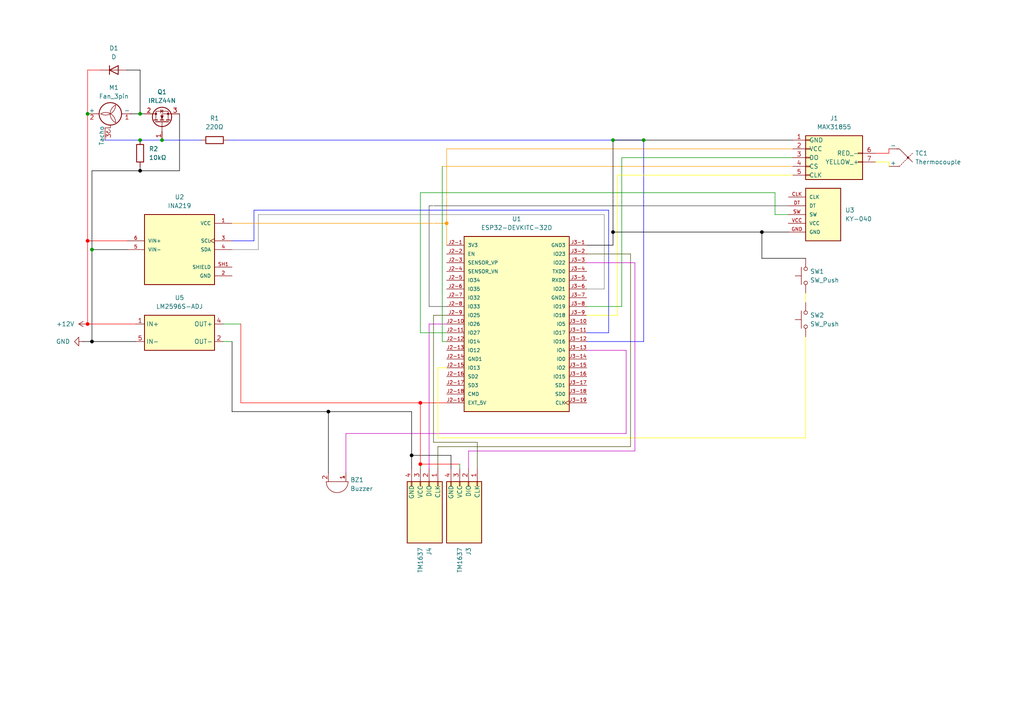
<source format=kicad_sch>
(kicad_sch (version 20250114) (generator "eeschema") (generator_version "9.0")
  (paper "A4")
  (lib_symbols
    (symbol "Conn_01x04_1" (pin_names (offset 1.016))
      (property "Reference" "J2" (at 6.096 7.112 0))
      (property "Value" "TM1637" (at 1.778 5.08 0))
      (symbol "Conn_01x04_1_1_1"
        (rectangle (start -1.27 3.81) (end 16.51 -6.35) (stroke (width 0.254)) (fill (type background)))
        (rectangle (start -1.27 2.667) (end 0 2.413) (stroke (width 0.1524)))
        (rectangle (start -1.27 0.127) (end 0 -0.127) (stroke (width 0.1524)))
        (rectangle (start -1.27 -2.413) (end 0 -2.667) (stroke (width 0.1524)))
        (rectangle (start -1.27 -4.953) (end 0 -5.207) (stroke (width 0.1524)))
        (pin passive line (at -5.08 2.54 0) (length 3.81) (name "CLK") (number "1"))
        (pin passive line (at -5.08 0 0) (length 3.81) (name "DIO") (number "2"))
        (pin passive line (at -5.08 -2.54 0) (length 3.81) (name "VCC") (number "3"))
        (pin passive line (at -5.08 -5.08 0) (length 3.81) (name "GND") (number "4"))
      )
    )
    (symbol "Connector_Generic:Conn_01x05" (pin_names (offset 1.016))
      (property "Reference" "J2" (at 4.445 11.43 0))
      (property "Value" "MAX31855" (at 4.445 8.89 0))
      (symbol "Conn_01x05_1_1"
        (rectangle (start -1.27 6.35) (end 15.24 -6.35) (stroke (width 0.254)) (fill (type background)))
        (rectangle (start -1.27 5.207) (end 0 4.953) (stroke (width 0.1524)))
        (rectangle (start -1.27 2.667) (end 0 2.413) (stroke (width 0.1524)))
        (rectangle (start -1.27 0.127) (end 0 -0.127) (stroke (width 0.1524)))
        (rectangle (start -1.27 -2.413) (end 0 -2.667) (stroke (width 0.1524)))
        (rectangle (start -1.27 -4.953) (end 0 -5.207) (stroke (width 0.1524)))
        (rectangle (start 13.97 1.397) (end 15.24 1.143) (stroke (width 0.1524)))
        (rectangle (start 13.97 -1.143) (end 15.24 -1.397) (stroke (width 0.1524)))
        (pin passive line (at -5.08 5.08 0) (length 3.81) (name "GND") (number "1"))
        (pin passive line (at -5.08 2.54 0) (length 3.81) (name "VCC") (number "2"))
        (pin passive line (at -5.08 0 0) (length 3.81) (name "DO") (number "3"))
        (pin passive line (at -5.08 -2.54 0) (length 3.81) (name "CS") (number "4"))
        (pin passive line (at -5.08 -5.08 0) (length 3.81) (name "CLK") (number "5"))
        (pin passive line (at 19.05 1.27 180) (length 3.81) (name "RED_-") (number "6"))
        (pin passive line (at 19.05 -1.27 180) (length 3.81) (name "YELLOW_+") (number "7"))
      )
    )
    (symbol "Device:Buzzer" (pin_names (offset 0.0254) (hide yes))
      (property "Reference" "BZ" (at 3.81 1.27 0))
      (property "Value" "Buzzer" (at 3.81 -1.27 0))
      (symbol "Buzzer_0_1"
        (polyline (pts (xy -1.651 1.905) (xy -1.143 1.905)))
        (polyline (pts (xy -1.397 2.159) (xy -1.397 1.651)))
        (arc (start 0 3.175) (mid 3.1612 0) (end 0 -3.175))
        (polyline (pts (xy 0 3.175) (xy 0 -3.175)))
      )
      (symbol "Buzzer_1_1"
        (pin passive line (at -2.54 2.54 0) (length 2.54) (name "+") (number "1"))
        (pin passive line (at -2.54 -2.54 0) (length 2.54) (name "-") (number "2"))
      )
    )
    (symbol "Device:D" (pin_numbers (hide yes)) (pin_names (offset 1.016) (hide yes))
      (property "Reference" "D" (at 0 2.54 0))
      (property "Value" "D" (at 0 -2.54 0))
      (symbol "D_0_1"
        (polyline (pts (xy -1.27 1.27) (xy -1.27 -1.27)) (stroke (width 0.254)))
        (polyline (pts (xy 1.27 1.27) (xy 1.27 -1.27) (xy -1.27 0) (xy 1.27 1.27)) (stroke (width 0.254)))
        (polyline (pts (xy 1.27 0) (xy -1.27 0)))
      )
      (symbol "D_1_1"
        (pin passive line (at -3.81 0 0) (length 2.54) (name "K") (number "1"))
        (pin passive line (at 3.81 0 180) (length 2.54) (name "A") (number "2"))
      )
    )
    (symbol "Device:R" (pin_numbers (hide yes)) (pin_names (offset 0))
      (property "Reference" "R" (at 2.032 0 90))
      (property "Value" "R" (at 0 0 90))
      (symbol "R_0_1"
        (rectangle (start -1.016 -2.54) (end 1.016 2.54) (stroke (width 0.254)))
      )
      (symbol "R_1_1"
        (pin passive line (at 0 3.81 270) (length 1.27) (name "~") (number "1"))
        (pin passive line (at 0 -3.81 90) (length 1.27) (name "~") (number "2"))
      )
    )
    (symbol "Device:Thermocouple" (pin_numbers (hide yes)) (pin_names (offset 0))
      (property "Reference" "TC" (at -3.048 3.81 0))
      (property "Value" "Thermocouple" (at -5.08 -4.064 0))
      (symbol "Thermocouple_0_1"
        (polyline (pts (xy -4.064 -1.016) (xy -4.318 -1.27)))
        (polyline (pts (xy -3.556 -0.508) (xy -3.81 -0.762)))
        (circle (center -3.048 0) (radius 0.254) (fill (type outline)))
        (polyline (pts (xy -3.048 0) (xy -3.302 -0.254)))
        (polyline (pts (xy -2.54 0.508) (xy -2.794 0.254)))
        (polyline (pts (xy -2.032 1.016) (xy -2.286 0.762)))
        (polyline (pts (xy -1.524 1.524) (xy -1.778 1.27)))
        (polyline (pts (xy -1.016 2.032) (xy -1.27 1.778)))
        (polyline (pts (xy -0.508 2.54) (xy -0.762 2.286)))
        (polyline (pts (xy 0 2.54) (xy -0.508 2.54)))
        (polyline (pts (xy 0 -2.54) (xy -0.254 -2.54)))
        (polyline (pts (xy 0.254 -2.54) (xy -0.508 -2.54) (xy -4.318 1.27)))
      )
      (symbol "Thermocouple_1_1"
        (pin passive line (at 2.54 2.54 180) (length 2.54) (name "+") (number "1"))
        (pin passive line (at 2.54 -2.54 180) (length 2.54) (name "-") (number "2"))
      )
    )
    (symbol "ESP32-DEVKITC-32D:ESP32-DEVKITC-32D" (pin_names (offset 1.016))
      (property "Reference" "U" (at -15.2572 26.0643 0))
      (property "Value" "ESP32-DEVKITC-32D" (at -15.2563 -27.9698 0))
      (symbol "ESP32-DEVKITC-32D_0_0"
        (rectangle (start -15.24 -25.4) (end 15.24 25.4) (stroke (width 0.254)) (fill (type background)))
        (pin power_in line (at -20.32 22.86 0) (length 5.08) (name "3V3") (number "J2-1"))
        (pin input line (at -20.32 20.32 0) (length 5.08) (name "EN") (number "J2-2"))
        (pin input line (at -20.32 17.78 0) (length 5.08) (name "SENSOR_VP") (number "J2-3"))
        (pin input line (at -20.32 15.24 0) (length 5.08) (name "SENSOR_VN") (number "J2-4"))
        (pin bidirectional line (at -20.32 12.7 0) (length 5.08) (name "IO34") (number "J2-5"))
        (pin bidirectional line (at -20.32 10.16 0) (length 5.08) (name "IO35") (number "J2-6"))
        (pin bidirectional line (at -20.32 7.62 0) (length 5.08) (name "IO32") (number "J2-7"))
        (pin bidirectional line (at -20.32 5.08 0) (length 5.08) (name "IO33") (number "J2-8"))
        (pin bidirectional line (at -20.32 2.54 0) (length 5.08) (name "IO25") (number "J2-9"))
        (pin bidirectional line (at -20.32 0 0) (length 5.08) (name "IO26") (number "J2-10"))
        (pin bidirectional line (at -20.32 -2.54 0) (length 5.08) (name "IO27") (number "J2-11"))
        (pin bidirectional line (at -20.32 -5.08 0) (length 5.08) (name "IO14") (number "J2-12"))
        (pin bidirectional line (at -20.32 -7.62 0) (length 5.08) (name "IO12") (number "J2-13"))
        (pin power_in line (at -20.32 -10.16 0) (length 5.08) (name "GND1") (number "J2-14"))
        (pin bidirectional line (at -20.32 -12.7 0) (length 5.08) (name "IO13") (number "J2-15"))
        (pin bidirectional line (at -20.32 -15.24 0) (length 5.08) (name "SD2") (number "J2-16"))
        (pin bidirectional line (at -20.32 -17.78 0) (length 5.08) (name "SD3") (number "J2-17"))
        (pin bidirectional line (at -20.32 -20.32 0) (length 5.08) (name "CMD") (number "J2-18"))
        (pin power_in line (at -20.32 -22.86 0) (length 5.08) (name "EXT_5V") (number "J2-19"))
        (pin power_in line (at 20.32 22.86 180) (length 5.08) (name "GND3") (number "J3-1"))
        (pin bidirectional line (at 20.32 20.32 180) (length 5.08) (name "IO23") (number "J3-2"))
        (pin bidirectional line (at 20.32 17.78 180) (length 5.08) (name "IO22") (number "J3-3"))
        (pin output line (at 20.32 15.24 180) (length 5.08) (name "TXD0") (number "J3-4"))
        (pin input line (at 20.32 12.7 180) (length 5.08) (name "RXD0") (number "J3-5"))
        (pin bidirectional line (at 20.32 10.16 180) (length 5.08) (name "IO21") (number "J3-6"))
        (pin power_in line (at 20.32 7.62 180) (length 5.08) (name "GND2") (number "J3-7"))
        (pin bidirectional line (at 20.32 5.08 180) (length 5.08) (name "IO19") (number "J3-8"))
        (pin bidirectional line (at 20.32 2.54 180) (length 5.08) (name "IO18") (number "J3-9"))
        (pin bidirectional line (at 20.32 0 180) (length 5.08) (name "IO5") (number "J3-10"))
        (pin bidirectional line (at 20.32 -2.54 180) (length 5.08) (name "IO17") (number "J3-11"))
        (pin bidirectional line (at 20.32 -5.08 180) (length 5.08) (name "IO16") (number "J3-12"))
        (pin bidirectional line (at 20.32 -7.62 180) (length 5.08) (name "IO4") (number "J3-13"))
        (pin bidirectional line (at 20.32 -10.16 180) (length 5.08) (name "IO0") (number "J3-14"))
        (pin bidirectional line (at 20.32 -12.7 180) (length 5.08) (name "IO2") (number "J3-15"))
        (pin bidirectional line (at 20.32 -15.24 180) (length 5.08) (name "IO15") (number "J3-16"))
        (pin bidirectional line (at 20.32 -17.78 180) (length 5.08) (name "SD1") (number "J3-17"))
        (pin bidirectional line (at 20.32 -20.32 180) (length 5.08) (name "SD0") (number "J3-18"))
        (pin input clock (at 20.32 -22.86 180) (length 5.08) (name "CLK") (number "J3-19"))
      )
    )
    (symbol "INA219:INA219" (pin_names (offset 1.016))
      (property "Reference" "U" (at -10.16 10.922 0))
      (property "Value" "INA219" (at -10.16 -12.7 0))
      (symbol "INA219_0_0"
        (rectangle (start -10.16 -10.16) (end 10.16 10.16) (stroke (width 0.254)) (fill (type background)))
        (pin input line (at -15.24 2.54 0) (length 5.08) (name "VIN+") (number "6"))
        (pin input line (at -15.24 2.54 0) (length 5.08) (hide yes) (name "VIN+") (number "VIN+"))
        (pin input line (at -15.24 0 0) (length 5.08) (name "VIN-") (number "5"))
        (pin input line (at -15.24 0 0) (length 5.08) (hide yes) (name "VIN-") (number "VIN-"))
        (pin power_in line (at 15.24 7.62 180) (length 5.08) (name "VCC") (number "1"))
        (pin input clock (at 15.24 2.54 180) (length 5.08) (name "SCL") (number "3"))
        (pin bidirectional line (at 15.24 0 180) (length 5.08) (name "SDA") (number "4"))
        (pin passive line (at 15.24 -5.08 180) (length 5.08) (name "SHIELD") (number "SH1"))
        (pin passive line (at 15.24 -5.08 180) (length 5.08) (hide yes) (name "SHIELD") (number "SH2"))
        (pin passive line (at 15.24 -5.08 180) (length 5.08) (hide yes) (name "SHIELD") (number "SH3"))
        (pin passive line (at 15.24 -5.08 180) (length 5.08) (hide yes) (name "SHIELD") (number "SH4"))
        (pin power_in line (at 15.24 -7.62 180) (length 5.08) (name "GND") (number "2"))
      )
    )
    (symbol "KY-040:KY-040" (pin_names (offset 1.016))
      (property "Reference" "U" (at -5.08 10.16 0))
      (property "Value" "KY-040" (at -5.08 -12.7 0))
      (symbol "KY-040_0_0"
        (rectangle (start -5.08 -7.62) (end 5.08 7.62) (stroke (width 0.254)) (fill (type background)))
        (pin output line (at -10.16 5.08 0) (length 5.08) (name "CLK") (number "CLK"))
        (pin output line (at -10.16 2.54 0) (length 5.08) (name "DT") (number "DT"))
        (pin output line (at -10.16 0 0) (length 5.08) (name "SW") (number "SW"))
        (pin power_in line (at -10.16 -2.54 0) (length 5.08) (name "VCC") (number "VCC"))
        (pin power_in line (at -10.16 -5.08 0) (length 5.08) (name "GND") (number "GND"))
      )
    )
    (symbol "LM2596S-ADJ_1"
      (property "Reference" "U4" (at 0 10.16 0))
      (property "Value" "LM2596S-ADJ" (at 0 7.62 0))
      (symbol "LM2596S-ADJ_1_0_1"
        (rectangle (start -10.16 5.08) (end 10.16 -5.08) (stroke (width 0.254)) (fill (type background)))
      )
      (symbol "LM2596S-ADJ_1_1_1"
        (pin power_in line (at -12.7 2.54 0) (length 2.54) (name "IN+") (number "1"))
        (pin input line (at -12.7 -2.54 0) (length 2.54) (name "IN-") (number "5"))
        (pin input line (at 12.7 2.54 180) (length 2.54) (name "OUT+") (number "4"))
        (pin output line (at 12.7 -2.54 180) (length 2.54) (name "OUT-") (number "2"))
      )
    )
    (symbol "Motor:Fan_3pin" (pin_names (offset 0))
      (property "Reference" "M" (at 2.54 2.54 0))
      (property "Value" "Fan_3pin" (at 2.54 -5.08 0))
      (symbol "Fan_3pin_0_0"
        (polyline (pts (xy -5.08 -0.508) (xy -5.334 -0.381)))
        (polyline (pts (xy -5.08 -0.508) (xy -5.207 -0.762)))
        (arc (start -4.572 -1.016) (mid -5.08 -1.5218) (end -5.588 -1.016))
        (arc (start -5.588 -1.016) (mid -5.4392 -0.6568) (end -5.08 -0.508))
        (polyline (pts (xy -4.064 0) (xy -4.064 -1.524) (xy -3.302 -1.524)))
      )
      (symbol "Fan_3pin_0_1"
        (polyline (pts (xy -4.064 0) (xy -5.08 0)))
        (arc (start 0 1.27) (mid -0.0015 -1.6352) (end -2.54 -3.048))
        (polyline (pts (xy 0 2.032) (xy 0 2.54)))
        (polyline (pts (xy 0 1.7272) (xy 0 2.0828)))
        (circle (center 0 -1.524) (radius 3.2512) (stroke (width 0.254)))
        (arc (start -2.54 -3.048) (mid 0 -1.4782) (end 2.54 -3.048))
        (polyline (pts (xy 0 -4.7752) (xy 0 -5.1816)))
        (polyline (pts (xy 0 -7.62) (xy 0 -7.112)))
        (arc (start 2.54 -3.048) (mid 0.047 -1.6085) (end 0 1.27))
      )
      (symbol "Fan_3pin_1_1"
        (pin passive line (at -7.62 0 0) (length 2.54) (name "Tacho") (number "3"))
        (pin passive line (at 0 5.08 270) (length 2.54) (name "+") (number "2"))
        (pin passive line (at 0 -7.62 90) (length 2.54) (name "-") (number "1"))
      )
    )
    (symbol "Switch:SW_Push" (pin_numbers (hide yes)) (pin_names (offset 1.016) (hide yes))
      (property "Reference" "SW" (at 1.27 2.54 0))
      (property "Value" "SW_Push" (at 0 -1.524 0))
      (symbol "SW_Push_0_1"
        (circle (center -2.032 0) (radius 0.508))
        (polyline (pts (xy 0 1.27) (xy 0 3.048)))
        (circle (center 2.032 0) (radius 0.508))
        (polyline (pts (xy 2.54 1.27) (xy -2.54 1.27)))
        (pin passive line (at -5.08 0 0) (length 2.54) (name "1") (number "1"))
        (pin passive line (at 5.08 0 180) (length 2.54) (name "2") (number "2"))
      )
    )
    (symbol "Transistor_FET:IRLZ44N" (pin_names (hide yes))
      (property "Reference" "Q" (at 5.08 1.905 0))
      (property "Value" "IRLZ44N" (at 5.08 0 0))
      (symbol "IRLZ44N_0_1"
        (polyline (pts (xy 0.254 1.905) (xy 0.254 -1.905)) (stroke (width 0.254)))
        (polyline (pts (xy 0.254 0) (xy -2.54 0)))
        (polyline (pts (xy 0.762 2.286) (xy 0.762 1.27)) (stroke (width 0.254)))
        (polyline (pts (xy 0.762 0.508) (xy 0.762 -0.508)) (stroke (width 0.254)))
        (polyline (pts (xy 0.762 -1.27) (xy 0.762 -2.286)) (stroke (width 0.254)))
        (polyline (pts (xy 0.762 -1.778) (xy 3.302 -1.778) (xy 3.302 1.778) (xy 0.762 1.778)))
        (polyline (pts (xy 1.016 0) (xy 2.032 0.381) (xy 2.032 -0.381) (xy 1.016 0)) (fill (type outline)))
        (circle (center 1.651 0) (radius 2.794) (stroke (width 0.254)))
        (polyline (pts (xy 2.54 2.54) (xy 2.54 1.778)))
        (circle (center 2.54 1.778) (radius 0.254) (fill (type outline)))
        (circle (center 2.54 -1.778) (radius 0.254) (fill (type outline)))
        (polyline (pts (xy 2.54 -2.54) (xy 2.54 0) (xy 0.762 0)))
        (polyline (pts (xy 2.794 0.508) (xy 2.921 0.381) (xy 3.683 0.381) (xy 3.81 0.254)))
        (polyline (pts (xy 3.302 0.381) (xy 2.921 -0.254) (xy 3.683 -0.254) (xy 3.302 0.381)))
      )
      (symbol "IRLZ44N_1_1"
        (pin input line (at -5.08 0 0) (length 2.54) (name "G") (number "1"))
        (pin passive line (at 2.54 5.08 270) (length 2.54) (name "D") (number "2"))
        (pin passive line (at 2.54 -5.08 90) (length 2.54) (name "S") (number "3"))
      )
    )
    (symbol "power:+12V" (power) (pin_numbers (hide yes)) (pin_names (offset 0) (hide yes))
      (property "Value" "+12V" (at 0 3.556 0))
      (symbol "+12V_0_1"
        (polyline (pts (xy -0.762 1.27) (xy 0 2.54)))
        (polyline (pts (xy 0 2.54) (xy 0.762 1.27)))
        (polyline (pts (xy 0 0) (xy 0 2.54)))
      )
      (symbol "+12V_1_1"
        (pin power_in line (at 0 0 90) (length 0) (name "~") (number "1"))
      )
    )
    (symbol "power:GND" (power) (pin_numbers (hide yes)) (pin_names (offset 0) (hide yes))
      (property "Value" "GND" (at 0 -3.81 0))
      (symbol "GND_0_1"
        (polyline (pts (xy 0 0) (xy 0 -1.27) (xy 1.27 -1.27) (xy 0 -2.54) (xy -1.27 -1.27) (xy 0 -1.27)))
      )
      (symbol "GND_1_1"
        (pin power_in line (at 0 0 270) (length 0) (name "~") (number "1"))
      )
    )
  )
  (junction (at 177.8 67.31) (color 0 0 0 1))
  (junction (at 25.4 69.85) (color 255 0 0 1))
  (junction (at 25.4 33.02))
  (junction (at 220.98 67.31) (color 0 0 0 1))
  (junction (at 40.64 33.02))
  (junction (at 186.69 40.64))
  (junction (at 177.8 40.64))
  (junction (at 25.4 93.98) (color 255 0 0 1))
  (junction (at 40.64 40.64))
  (junction (at 121.92 134.62) (color 255 0 0 1))
  (junction (at 40.64 49.53) (color 0 0 0 1))
  (junction (at 95.25 119.38) (color 0 0 0 1))
  (junction (at 119.38 132.08) (color 0 0 0 1))
  (junction (at 46.99 40.64))
  (junction (at 121.92 116.84) (color 255 0 0 1))
  (junction (at 26.67 99.06) (color 0 0 0 1))
  (junction (at 26.67 72.39))
  (junction (at 129.54 64.77) (color 255 153 0 1))
  (wire (pts (xy 125.73 86.36) (xy 125.73 57.15)) (stroke (width 0) (color 255 255 255 1)))
  (wire (pts (xy 40.64 33.02) (xy 41.91 33.02)) (stroke (width 0) (color 0 0 0 1)))
  (wire (pts (xy 177.8 40.64) (xy 186.69 40.64)) (stroke (width 0) (color 0 0 0 1)))
  (wire (pts (xy 125.73 91.44) (xy 125.73 128.27)) (stroke (width 0) (color 72 72 0 1)))
  (wire (pts (xy 125.73 128.27) (xy 138.43 128.27)) (stroke (width 0) (color 72 72 0 1)))
  (wire (pts (xy 182.88 129.54) (xy 127 129.54)) (stroke (width 0) (color 72 72 0 1)))
  (wire (pts (xy 40.64 48.26) (xy 40.64 49.53)) (stroke (width 0) (color 0 0 0 1)))
  (wire (pts (xy 69.85 93.98) (xy 69.85 116.84)) (stroke (width 0) (color 255 0 0 1)))
  (wire (pts (xy 128.27 48.26) (xy 229.87 48.26)) (stroke (width 0) (color 255 153 0 1)))
  (wire (pts (xy 64.77 99.06) (xy 67.31 99.06)))
  (wire (pts (xy 121.92 134.62) (xy 121.92 135.89)))
  (wire (pts (xy 67.31 119.38) (xy 67.31 99.06)) (stroke (width 0) (color 0 0 0 1)))
  (wire (pts (xy 170.18 73.66) (xy 182.88 73.66)) (stroke (width 0) (color 72 72 0 1)))
  (wire (pts (xy 254 46.99) (xy 257.81 46.99)) (stroke (width 0) (color 255 255 0 1)))
  (wire (pts (xy 170.18 76.2) (xy 184.15 76.2)) (stroke (width 0) (color 194 0 194 1)))
  (wire (pts (xy 180.34 88.9) (xy 180.34 45.72)))
  (wire (pts (xy 67.31 64.77) (xy 129.54 64.77)) (stroke (width 0) (color 255 153 0 1)))
  (wire (pts (xy 186.69 40.64) (xy 177.8 40.64)) (stroke (width 0) (color 0 0 255 1)))
  (wire (pts (xy 121.92 96.52) (xy 121.92 55.88)))
  (wire (pts (xy 129.54 43.18) (xy 229.87 43.18)) (stroke (width 0) (color 255 153 0 1)))
  (wire (pts (xy 135.89 130.81) (xy 135.89 135.89)) (stroke (width 0) (color 194 0 194 1)))
  (wire (pts (xy 128.27 99.06) (xy 128.27 48.26)))
  (wire (pts (xy 133.35 134.62) (xy 121.92 134.62)) (stroke (width 0) (color 255 0 0 1)))
  (wire (pts (xy 175.26 62.23) (xy 74.93 62.23)) (stroke (width 0) (color 132 132 132 1)))
  (wire (pts (xy 177.8 67.31) (xy 220.98 67.31)) (stroke (width 0) (color 0 0 0 1)))
  (wire (pts (xy 129.54 91.44) (xy 125.73 91.44)) (stroke (width 0) (color 72 72 0 1)))
  (wire (pts (xy 170.18 71.12) (xy 177.8 71.12)) (stroke (width 0) (color 0 0 0 1)))
  (wire (pts (xy 121.92 116.84) (xy 129.54 116.84)) (stroke (width 0) (color 255 0 0 1)))
  (wire (pts (xy 233.68 85.09) (xy 233.68 87.63)) (stroke (width 0) (color 255 255 0 1)))
  (wire (pts (xy 186.69 40.64) (xy 229.87 40.64)) (stroke (width 0) (color 0 0 0 1)))
  (wire (pts (xy 119.38 132.08) (xy 119.38 119.38)) (stroke (width 0) (color 0 0 0 1)))
  (wire (pts (xy 38.1 33.02) (xy 40.64 33.02)) (stroke (width 0) (color 0 0 0 1)))
  (wire (pts (xy 36.83 72.39) (xy 26.67 72.39)) (stroke (width 0) (color 0 0 0 1)))
  (wire (pts (xy 125.73 57.15) (xy 228.6 57.15)) (stroke (width 0) (color 255 255 255 1)))
  (wire (pts (xy 170.18 83.82) (xy 175.26 83.82)) (stroke (width 0) (color 132 132 132 1)))
  (wire (pts (xy 176.53 60.96) (xy 73.66 60.96)) (stroke (width 0) (color 0 0 255 1)))
  (wire (pts (xy 26.67 49.53) (xy 40.64 49.53)) (stroke (width 0) (color 0 0 0 1)))
  (wire (pts (xy 36.83 20.32) (xy 40.64 20.32)) (stroke (width 0) (color 0 0 0 1)))
  (wire (pts (xy 229.87 50.8) (xy 179.07 50.8)) (stroke (width 0) (color 255 255 0 1)))
  (wire (pts (xy 177.8 67.31) (xy 177.8 40.64)) (stroke (width 0) (color 0 0 0 1)))
  (wire (pts (xy 29.21 20.32) (xy 25.4 20.32)) (stroke (width 0) (color 255 0 0 1)))
  (wire (pts (xy 124.46 59.69) (xy 228.6 59.69)) (stroke (width 0) (color 72 72 72 1)))
  (wire (pts (xy 233.68 127) (xy 233.68 97.79)) (stroke (width 0) (color 255 255 0 1)))
  (wire (pts (xy 177.8 71.12) (xy 177.8 67.31)) (stroke (width 0) (color 0 0 0 1)))
  (wire (pts (xy 181.61 125.73) (xy 100.33 125.73)) (stroke (width 0) (color 194 0 194 1)))
  (wire (pts (xy 127 106.68) (xy 127 127)) (stroke (width 0) (color 255 255 0 1)))
  (wire (pts (xy 74.93 62.23) (xy 74.93 72.39)) (stroke (width 0) (color 132 132 132 1)))
  (wire (pts (xy 254 44.45) (xy 257.81 44.45)) (stroke (width 0) (color 255 0 0 1)))
  (wire (pts (xy 40.64 49.53) (xy 52.07 49.53)) (stroke (width 0) (color 0 0 0 1)))
  (wire (pts (xy 36.83 69.85) (xy 25.4 69.85)) (stroke (width 0) (color 255 0 0 1)))
  (wire (pts (xy 224.79 55.88) (xy 224.79 62.23)))
  (wire (pts (xy 25.4 69.85) (xy 25.4 93.98)) (stroke (width 0) (color 255 0 0 1)))
  (wire (pts (xy 138.43 128.27) (xy 138.43 135.89)) (stroke (width 0) (color 72 72 0 1)))
  (wire (pts (xy 179.07 91.44) (xy 170.18 91.44)) (stroke (width 0) (color 255 255 0 1)))
  (wire (pts (xy 257.81 46.99) (xy 257.81 48.26)) (stroke (width 0) (color 255 255 0 1)))
  (wire (pts (xy 64.77 93.98) (xy 69.85 93.98)))
  (wire (pts (xy 26.67 49.53) (xy 26.67 72.39)) (stroke (width 0) (color 0 0 0 1)))
  (wire (pts (xy 121.92 55.88) (xy 224.79 55.88)))
  (wire (pts (xy 180.34 45.72) (xy 229.87 45.72)))
  (wire (pts (xy 129.54 96.52) (xy 121.92 96.52)))
  (wire (pts (xy 46.99 40.64) (xy 58.42 40.64)) (stroke (width 0) (color 0 0 255 1)))
  (wire (pts (xy 26.67 99.06) (xy 39.37 99.06)) (stroke (width 0) (color 0 0 0 1)))
  (wire (pts (xy 184.15 76.2) (xy 184.15 130.81)) (stroke (width 0) (color 194 0 194 1)))
  (wire (pts (xy 73.66 60.96) (xy 73.66 69.85)) (stroke (width 0) (color 0 0 255 1)))
  (wire (pts (xy 220.98 67.31) (xy 228.6 67.31)) (stroke (width 0) (color 0 0 0 1)))
  (wire (pts (xy 69.85 116.84) (xy 121.92 116.84)) (stroke (width 0) (color 255 0 0 1)))
  (wire (pts (xy 129.54 71.12) (xy 129.54 64.77)) (stroke (width 0) (color 255 153 0 1)))
  (wire (pts (xy 224.79 62.23) (xy 228.6 62.23)))
  (wire (pts (xy 175.26 83.82) (xy 175.26 62.23)) (stroke (width 0) (color 132 132 132 1)))
  (wire (pts (xy 127 127) (xy 233.68 127)) (stroke (width 0) (color 255 255 0 1)))
  (wire (pts (xy 119.38 119.38) (xy 95.25 119.38)) (stroke (width 0) (color 0 0 0 1)))
  (wire (pts (xy 129.54 106.68) (xy 127 106.68)) (stroke (width 0) (color 255 255 0 1)))
  (wire (pts (xy 182.88 73.66) (xy 182.88 129.54)) (stroke (width 0) (color 72 72 0 1)))
  (wire (pts (xy 129.54 93.98) (xy 124.46 93.98)) (stroke (width 0) (color 194 0 194 1)))
  (wire (pts (xy 184.15 130.81) (xy 135.89 130.81)) (stroke (width 0) (color 194 0 194 1)))
  (wire (pts (xy 220.98 74.93) (xy 220.98 67.31)) (stroke (width 0) (color 0 0 0 1)))
  (wire (pts (xy 129.54 86.36) (xy 125.73 86.36)) (stroke (width 0) (color 255 255 255 1)))
  (wire (pts (xy 25.4 93.98) (xy 39.37 93.98)) (stroke (width 0) (color 255 0 0 1)))
  (wire (pts (xy 129.54 88.9) (xy 124.46 88.9)) (stroke (width 0) (color 72 72 72 1)))
  (wire (pts (xy 233.68 74.93) (xy 220.98 74.93)) (stroke (width 0) (color 0 0 0 1)))
  (wire (pts (xy 130.81 135.89) (xy 130.81 132.08)) (stroke (width 0) (color 0 0 0 1)))
  (wire (pts (xy 121.92 116.84) (xy 121.92 134.62)) (stroke (width 0) (color 255 0 0 1)))
  (wire (pts (xy 52.07 33.02) (xy 52.07 49.53)) (stroke (width 0) (color 0 0 0 1)))
  (wire (pts (xy 170.18 99.06) (xy 186.69 99.06)) (stroke (width 0) (color 0 0 255 1)))
  (wire (pts (xy 129.54 99.06) (xy 128.27 99.06)))
  (wire (pts (xy 95.25 119.38) (xy 67.31 119.38)) (stroke (width 0) (color 0 0 0 1)))
  (wire (pts (xy 30.48 40.64) (xy 40.64 40.64)) (stroke (width 0) (color 0 0 255 1)))
  (wire (pts (xy 119.38 135.89) (xy 119.38 132.08)) (stroke (width 0) (color 0 0 0 1)))
  (wire (pts (xy 129.54 64.77) (xy 129.54 43.18)) (stroke (width 0) (color 255 153 0 1)))
  (wire (pts (xy 40.64 20.32) (xy 40.64 33.02)) (stroke (width 0) (color 0 0 0 1)))
  (wire (pts (xy 124.46 93.98) (xy 124.46 135.89)) (stroke (width 0) (color 194 0 194 1)))
  (wire (pts (xy 177.8 40.64) (xy 66.04 40.64)) (stroke (width 0) (color 0 0 255 1)))
  (wire (pts (xy 40.64 40.64) (xy 46.99 40.64)) (stroke (width 0) (color 0 0 255 1)))
  (wire (pts (xy 119.38 132.08) (xy 130.81 132.08)) (stroke (width 0) (color 0 0 0 1)))
  (wire (pts (xy 170.18 96.52) (xy 176.53 96.52)) (stroke (width 0) (color 0 0 255 1)))
  (wire (pts (xy 127 129.54) (xy 127 135.89)) (stroke (width 0) (color 72 72 0 1)))
  (wire (pts (xy 124.46 88.9) (xy 124.46 59.69)) (stroke (width 0) (color 72 72 72 1)))
  (wire (pts (xy 25.4 20.32) (xy 25.4 33.02)) (stroke (width 0) (color 255 0 0 1)))
  (wire (pts (xy 73.66 69.85) (xy 67.31 69.85)) (stroke (width 0) (color 0 0 255 1)))
  (wire (pts (xy 25.4 33.02) (xy 25.4 69.85)) (stroke (width 0) (color 255 0 0 1)))
  (wire (pts (xy 186.69 99.06) (xy 186.69 40.64)) (stroke (width 0) (color 0 0 255 1)))
  (wire (pts (xy 95.25 119.38) (xy 95.25 137.16)) (stroke (width 0) (color 0 0 0 1)))
  (wire (pts (xy 170.18 101.6) (xy 181.61 101.6)) (stroke (width 0) (color 194 0 194 1)))
  (wire (pts (xy 170.18 88.9) (xy 180.34 88.9)))
  (wire (pts (xy 257.81 44.45) (xy 257.81 43.18)) (stroke (width 0) (color 255 0 0 1)))
  (wire (pts (xy 24.13 99.06) (xy 26.67 99.06)) (stroke (width 0) (color 0 0 0 1)))
  (wire (pts (xy 26.67 72.39) (xy 26.67 99.06)) (stroke (width 0) (color 0 0 0 1)))
  (wire (pts (xy 176.53 96.52) (xy 176.53 60.96)) (stroke (width 0) (color 0 0 255 1)))
  (wire (pts (xy 179.07 50.8) (xy 179.07 91.44)) (stroke (width 0) (color 255 255 0 1)))
  (wire (pts (xy 74.93 72.39) (xy 67.31 72.39)) (stroke (width 0) (color 132 132 132 1)))
  (wire (pts (xy 133.35 135.89) (xy 133.35 134.62)))
  (wire (pts (xy 100.33 125.73) (xy 100.33 137.16)) (stroke (width 0) (color 194 0 194 1)))
  (wire (pts (xy 181.61 101.6) (xy 181.61 125.73)) (stroke (width 0) (color 194 0 194 1)))
  (symbol (lib_name "Conn_01x04_1") (lib_id "Connector_Generic:Conn_01x04") (at 124.46 140.97 270) (unit 1)
    (property "Reference" "J4" (at 124.4601 158.75 0) (effects (justify left)))
    (property "Value" "TM1637" (at 121.9201 158.75 0) (effects (justify left)))
    (property "Description" "Generic connector, single row, 01x04, script generated (kicad-library-utils/schlib/autogen/connector/)" (effects (hide yes)))
  )
  (symbol (lib_id "KY-040:KY-040") (at 238.76 62.23 0) (unit 1)
    (property "Reference" "U3" (at 245.11 60.9599 0) (effects (justify left)))
    (property "Value" "KY-040" (at 245.11 63.4999 0) (effects (justify left)))
    (property "Footprint" "KY-040:KY-040-PORT" (effects (hide yes)))
    (property "MF" "Joy-IT" (effects (hide yes)))
    (property "Description_1" "KY-5.0-4P Green(RAL6018/T) ; CONTACT WITH TIN PLATED MARK" (effects (hide yes)))
    (property "Package" "Package" (effects (hide yes)))
    (property "Price" "None" (effects (hide yes)))
    (property "SnapEDA_Link" "https://www.snapeda.com/parts/KY-040/Joy-IT/view-part/?ref=snap" (effects (hide yes)))
    (property "MP" "KY-040" (effects (hide yes)))
    (property "Availability" "Not in stock" (effects (hide yes)))
    (property "Check_prices" "https://www.snapeda.com/parts/KY-040/Joy-IT/view-part/?ref=eda" (effects (hide yes)))
  )
  (symbol (lib_id "Transistor_FET:IRLZ44N") (at 46.99 35.56 90) (unit 1)
    (property "Reference" "Q1" (at 46.99 26.67 90))
    (property "Value" "IRLZ44N" (at 46.99 29.21 90))
    (property "Footprint" "Package_TO_SOT_THT:TO-220-3_Vertical" (effects (hide yes)))
    (property "Datasheet" "http://www.irf.com/product-info/datasheets/data/irlz44n.pdf" (effects (hide yes)))
    (property "Description" "47A Id, 55V Vds, 22mOhm Rds Single N-Channel HEXFET Power MOSFET, TO-220AB" (effects (hide yes)))
  )
  (symbol (lib_id "Device:D") (at 33.02 20.32 0) (unit 1)
    (property "Reference" "D1" (at 33.02 13.97 0))
    (property "Value" "D" (at 33.02 16.51 0))
    (property "Description" "Diode" (effects (hide yes)))
    (property "Sim.Device" "D" (effects (hide yes)))
    (property "Sim.Pins" "1=K 2=A" (effects (hide yes)))
  )
  (symbol (lib_id "ESP32-DEVKITC-32D:ESP32-DEVKITC-32D") (at 149.86 93.98 0) (unit 1)
    (property "Reference" "U1" (at 149.86 63.5 0))
    (property "Value" "ESP32-DEVKITC-32D" (at 149.86 66.04 0))
    (property "Footprint" "ESP32-DEVKITC-32D:MODULE_ESP32-DEVKITC-32D" (effects (hide yes)))
    (property "MF" "Espressif Systems" (effects (hide yes)))
    (property "MAXIMUM_PACKAGE_HEIGHT" "N/A" (effects (hide yes)))
    (property "Package" "None" (effects (hide yes)))
    (property "Price" "None" (effects (hide yes)))
    (property "Check_prices" "https://www.snapeda.com/parts/ESP32-DEVKITC-32D/Espressif+Systems/view-part/?ref=eda" (effects (hide yes)))
    (property "STANDARD" "Manufacturer Recommendations" (effects (hide yes)))
    (property "PARTREV" "V4" (effects (hide yes)))
    (property "SnapEDA_Link" "https://www.snapeda.com/parts/ESP32-DEVKITC-32D/Espressif+Systems/view-part/?ref=snap" (effects (hide yes)))
    (property "MP" "ESP32-DEVKITC-32D" (effects (hide yes)))
    (property "Description_1" "WiFi Development Tools (802.11) ESP32 General Development Kit, ESP32-WROOM-32D on the board" (effects (hide yes)))
    (property "MANUFACTURER" "Espressif Systems" (effects (hide yes)))
    (property "Availability" "In Stock" (effects (hide yes)))
    (property "SNAPEDA_PN" "ESP32-DEVKITC-32D" (effects (hide yes)))
  )
  (symbol (lib_id "Device:Thermocouple") (at 260.35 45.72 180) (unit 1)
    (property "Reference" "TC1" (at 265.43 44.4499 0) (effects (justify right)))
    (property "Value" "Thermocouple" (at 265.43 46.9899 0) (effects (justify right)))
    (property "Description" "Thermocouple" (effects (hide yes)))
  )
  (symbol (lib_id "Switch:SW_Push") (at 233.68 92.71 90) (unit 1)
    (property "Reference" "SW2" (at 234.95 91.4399 90) (effects (justify right)))
    (property "Value" "SW_Push" (at 234.95 93.9799 90) (effects (justify right)))
    (property "Description" "Push button switch, generic, two pins" (effects (hide yes)))
  )
  (symbol (lib_id "power:+12V") (at 25.4 93.98 90) (unit 1)
    (property "Reference" "#PWR02" (effects (hide yes)))
    (property "Value" "+12V" (at 21.59 93.9799 90) (effects (justify left)))
    (property "Description" "Power symbol creates a global label with name \"+12V\"" (effects (hide yes)))
  )
  (symbol (lib_id "Device:R") (at 62.23 40.64 90) (unit 1)
    (property "Reference" "R1" (at 62.23 34.29 90))
    (property "Value" "220Ω" (at 62.23 36.83 90))
    (property "Description" "Resistor" (effects (hide yes)))
  )
  (symbol (lib_id "Device:Buzzer") (at 97.79 139.7 270) (unit 1)
    (property "Reference" "BZ1" (at 101.6 139.185 90) (effects (justify left)))
    (property "Value" "Buzzer" (at 101.6 141.725 90) (effects (justify left)))
    (property "Description" "Buzzer, polarized" (effects (hide yes)))
  )
  (symbol (lib_id "Switch:SW_Push") (at 233.68 80.01 90) (unit 1)
    (property "Reference" "SW1" (at 234.95 78.7399 90) (effects (justify right)))
    (property "Value" "SW_Push" (at 234.95 81.2799 90) (effects (justify right)))
    (property "Description" "Push button switch, generic, two pins" (effects (hide yes)))
  )
  (symbol (lib_id "Device:R") (at 40.64 44.45 180) (unit 1)
    (property "Reference" "R2" (at 43.18 43.1799 0) (effects (justify right)))
    (property "Value" "10kΩ" (at 43.18 45.7199 0) (effects (justify right)))
    (property "Description" "Resistor" (effects (hide yes)))
  )
  (symbol (lib_id "Connector_Generic:Conn_01x05") (at 234.95 45.72 0) (unit 1)
    (property "Reference" "J1" (at 241.935 34.29 0))
    (property "Value" "MAX31855" (at 241.935 36.83 0))
    (property "Description" "Generic connector, single row, 01x05, script generated (kicad-library-utils/schlib/autogen/connector/)" (effects (hide yes)))
  )
  (symbol (lib_id "Motor:Fan_3pin") (at 30.48 33.02 90) (unit 1)
    (property "Reference" "M1" (at 33.02 25.4 90))
    (property "Value" "Fan_3pin" (at 33.02 27.94 90))
    (property "Datasheet" "http://www.hardwarecanucks.com/forum/attachments/new-builds/16287d1330775095-help-chassis-power-fan-connectors-motherboard-asus_p8z68.jpg" (effects (hide yes)))
    (property "Description" "Fan, tacho output, 3-pin connector" (effects (hide yes)))
  )
  (symbol (lib_id "INA219:INA219") (at 52.07 72.39 0) (unit 1)
    (property "Reference" "U2" (at 52.07 57.15 0))
    (property "Value" "INA219" (at 52.07 59.69 0))
    (property "Footprint" "INA219:MODULE_INA219" (effects (hide yes)))
    (property "MF" "Adafruit Industries" (effects (hide yes)))
    (property "Description_1" "INA219 High Side DC Current Sensor Breakout - 26V ±3.2A Max | Adafruit Industries 904" (effects (hide yes)))
    (property "CREATOR" "ANA" (effects (hide yes)))
    (property "Price" "None" (effects (hide yes)))
    (property "Package" "NON-STANDARD-8 ADAFRUIT" (effects (hide yes)))
    (property "Check_prices" "https://www.snapeda.com/parts/INA219%20High%20Side%20DC%20Current%20Sensor%20Breakout%20-%2026V%20%C2%B13.2A%20Max%20-%20STEMMA%20QT/Adafruit+Industries/view-part/?ref=eda" (effects (hide yes)))
    (property "STANDARD" "Manufacturer Recommendations" (effects (hide yes)))
    (property "PARTREV" "C" (effects (hide yes)))
    (property "SnapEDA_Link" "https://www.snapeda.com/parts/INA219%20High%20Side%20DC%20Current%20Sensor%20Breakout%20-%2026V%20%C2%B13.2A%20Max%20-%20STEMMA%20QT/Adafruit+Industries/view-part/?ref=snap" (effects (hide yes)))
    (property "MP" "INA219 High Side DC Current Sensor Breakout - 26V ±3.2A Max - STEMMA QT" (effects (hide yes)))
    (property "MANUFACTURER" "Adafruit Industries LLC" (effects (hide yes)))
    (property "Availability" "Not in stock" (effects (hide yes)))
    (property "SNAPEDA_PN" "INA219 High Side DC Current Sensor Breakout - 26V ±3.2A Max - STEMMA QT" (effects (hide yes)))
  )
  (symbol (lib_name "Conn_01x04_1") (lib_id "Connector_Generic:Conn_01x04") (at 135.89 140.97 270) (unit 1)
    (property "Reference" "J3" (at 135.8901 158.75 0) (effects (justify left)))
    (property "Value" "TM1637" (at 133.3501 158.75 0) (effects (justify left)))
    (property "Description" "Generic connector, single row, 01x04, script generated (kicad-library-utils/schlib/autogen/connector/)" (effects (hide yes)))
  )
  (symbol (lib_id "power:GND") (at 24.13 99.06 270) (unit 1)
    (property "Reference" "#PWR01" (effects (hide yes)))
    (property "Value" "GND" (at 20.32 99.0599 90) (effects (justify right)))
    (property "Description" "Power symbol creates a global label with name \"GND\" , ground" (effects (hide yes)))
  )
  (symbol (lib_name "LM2596S-ADJ_1") (lib_id "Regulator_Switching:LM2596S-ADJ") (at 52.07 96.52 0) (unit 1)
    (property "Reference" "U5" (at 52.07 86.36 0))
    (property "Value" "LM2596S-ADJ" (at 52.07 88.9 0))
    (property "Footprint" "Package_TO_SOT_SMD:TO-263-5_TabPin3" (effects (hide yes)))
    (property "Datasheet" "http://www.ti.com/lit/ds/symlink/lm2596.pdf" (effects (hide yes)))
    (property "Description" "Adjustable 3A Step-Down Voltage Regulator, TO-263" (effects (hide yes)))
  )
)
</source>
